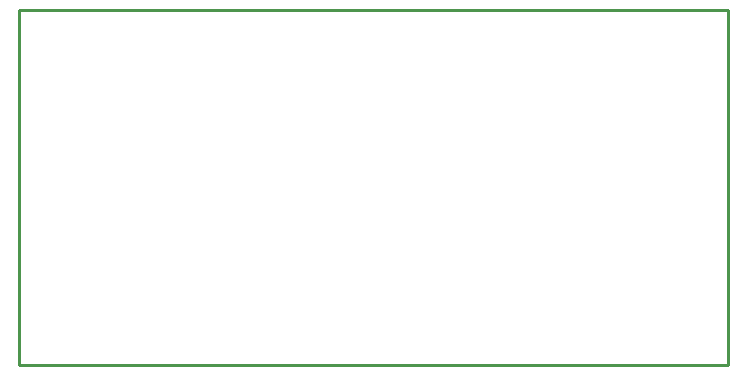
<source format=gbr>
G04 EAGLE Gerber RS-274X export*
G75*
%MOMM*%
%FSLAX34Y34*%
%LPD*%
%IN*%
%IPPOS*%
%AMOC8*
5,1,8,0,0,1.08239X$1,22.5*%
G01*
%ADD10C,0.254000*%


D10*
X0Y0D02*
X600000Y0D01*
X600000Y300000D01*
X0Y300000D01*
X0Y0D01*
M02*

</source>
